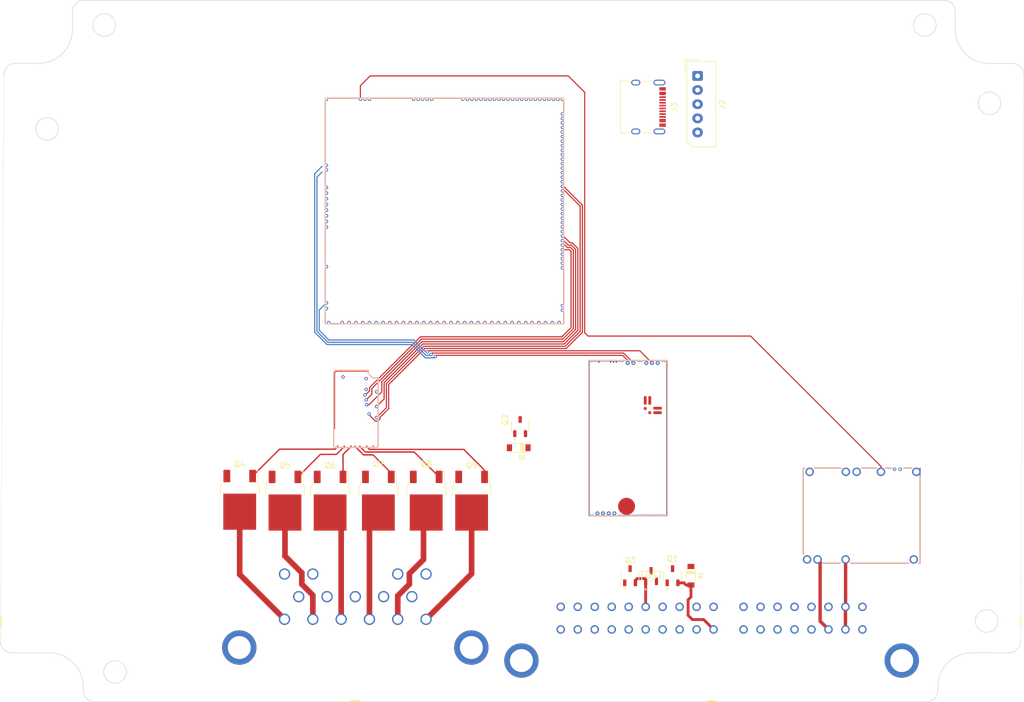
<source format=kicad_pcb>
(kicad_pcb (version 20240108) (generator "pcbnew") (generator_version "8.0")
  (layers (0 "F.Cu" signal) (1 "In1.Cu" signal) (2 "In2.Cu" signal) (31 "B.Cu" signal) (34 "B.Paste" user) (35 "F.Paste" user) (36 "B.SilkS" user "B.Silkscreen") (37 "F.SilkS" user "F.Silkscreen") (38 "B.Mask" user) (39 "F.Mask" user) (44 "Edge.Cuts" user))
  (net 0 "")
  (net 1 "GND")
  (net 2 "GNDA")
  (net 3 "+3.3VA")
  (net 4 "+3.3V")
  (net 5 "+5VA")
  (net 6 "+5V")
  (net 7 "CRANK")
  (net 8 "CLUTCH")
  (net 16 "SPEED")
  (net 23 "STARTER POS")
  (net 26 " MAF_VOUT")
  (net 28 "KNOCK")
  (net 31 "CAM")
  (net 33 "CLT")
  (net 37 "Net-(J3-CC2)")
  (net 38 "Net-(J3-CC1)")
  (net 42 "Net-(M1-IN_AT2)")
  (net 44 "Net-(M1-UART8_RX)")
  (net 46 "Net-(M1-SPI3_SCK)")
  (net 49 "Net-(M1-OUT_IO3)")
  (net 55 "Net-(M1-SPI3_MOSI)")
  (net 58 "Net-(M1-I2C_SCL)")
  (net 61 "Net-(M1-SPI3_CS)")
  (net 62 "Net-(M1-I2C_SDA)")
  (net 65 "Net-(M1-SPI3_MISO)")
  (net 67 "Net-(M1-UART8_TX)")
  (net 131 "/INJ 1")
  (net 132 "/Injectors/INJ_MCU_1")
  (net 133 "/Injectors/INJ_MCU_2")
  (net 134 "/INJ 2")
  (net 135 "/Injectors/INJ_MCU_3")
  (net 136 "/INJ 3")
  (net 137 "/INJ 4")
  (net 138 "/Injectors/INJ_MCU_4")
  (net 139 "/Injectors/INJ_MCU_5")
  (net 140 "/INJ 5")
  (net 141 "/Injectors/INJ_MCU_6")
  (net 142 "/INJ 6")
  (net 143 "/MEGA_MCU/VBUS")
  (net 144 "/MEGA_MCU/USB+")
  (net 145 "/MEGA_MCU/USB-")
  (net 148 "/MEGA_MCU/UART_TX")
  (net 150 "/MEGA_MCU/NRESET")
  (net 151 "/MEGA_MCU/SWO")
  (net 155 "/MEGA_MCU/SWCLK")
  (net 157 "/MEGA_MCU/UART_RX")
  (net 158 "/MEGA_MCU/SWDIO")
  (net 160 "/MEGA_MCU/IGNITION")
  (net 168 "/LOWSIDE WEAK/MR_OUT(HOT)")
  (net 169 "/LOWSIDE WEAK/MR_MCU(HOT)")
  (net 170 "/LOWSIDE WEAK/IN1")
  (net 171 "/LOWSIDE WEAK/OUT1")
  (net 172 "/LOWSIDE WEAK/FP_MCU")
  (net 174 "/FP RELAY")
  (net 178 "/MEGA_MCU/INJ_MCU_3")
  (net 179 "/MEGA_MCU/INJ_MCU_5")
  (net 180 "/MEGA_MCU/INJ_MCU_1")
  (net 181 "/MEGA_MCU/INJ_MCU_4")
  (net 182 "/MEGA_MCU/INJ_MCU_2")
  (net 183 "/MEGA_MCU/INJ_MCU_6")
  (net 184 "/12v Switched")
  (net 185 "/Main Relay power")
  (net 186 "/MEGA_MCU/vBat")
  (net 187 "/MEGA_MCU/vIGN")
  (net 189 "+5VP")
  (net 190 "PWR_EN")
  (net 193 "Net-(M3-PULL_DOWN1)")
  (net 203 "/MEGA_MCU/CANH")
  (net 209 "/MEGA_MCU/CANL")
  (footprint "VND14NV04-E:DPAK" (layer "F.Cu") (at 233.450002 93.999995 -90)
    (property "Reference" "Q5")
    (property "Value" "VND14NV04-E" (hide yes))
  )
  (footprint "AO3400A:SOT95P280X125-3N" (layer "F.Cu") (at 294.425002 108.374995 90)
    (property "Reference" "Q3")
    (property "Value" "AO3400A" (hide yes))
  )
  (footprint "Connector_Molex:Molex_SPOX_5267-05A_1x05_P2.50mm_Vertical" (layer "F.Cu") (at 306.35 20 -90)
    (property "Reference" "J2")
    (property "Value" "Conn_01x05_Male")
  )
  (footprint "B5819W:SOD3716X135N" (layer "F.Cu") (at 305.175002 108.374995 -90)
    (property "Reference" "D1")
    (property "Value" "B5819W-TP")
  )
  (footprint "mega-mcu144:mega-mcu144" (layer "F.Cu") (at 240.474999 63.925001)
    (property "Reference" "M1" (hide yes))
    (property "Value" "Module-mega-mcu144-0.6" (hide yes))
  )
  (footprint "0.5:wbo" (layer "F.Cu") (at 287 70.2 -90)
    (property "Reference" "M3" (hide yes))
    (property "Value" "Module-wbo-0.5" (hide yes))
  )
  (footprint "VND14NV04-E:DPAK" (layer "F.Cu") (at 225.450002 93.849995 -90)
    (property "Reference" "Q4")
    (property "Value" "VND14NV04-E" (hide yes))
  )
  (footprint "Connector_USB:USB_C_Receptacle_XKB_U262-16XN-4BVC11" (layer "F.Cu") (at 296.5 25.5 -90)
    (property "Reference" "J3")
    (property "Value" "USB_C_Receptacle_USB2.0")
  )
  (footprint "PSM712-LF:SOT_12-LF-T7_PTD" (layer "F.Cu") (at 298.130001 108.435195)
    (property "Reference" "U5")
    (property "Value" "PSM712-LF-T7")
  )
  (footprint "ign8:ign8" (layer "F.Cu") (at 242.029889 85.811855)
    (property "Reference" "M4" (hide yes))
    (property "Value" "Module-ign8-0.2" (hide yes))
  )
  (footprint "VND14NV04-E:DPAK" (layer "F.Cu") (at 258.400002 93.999995 -90)
    (property "Reference" "Q8")
    (property "Value" "VND14NV04-E" (hide yes))
  )
  (footprint "VND14NV04-E:DPAK" (layer "F.Cu") (at 266.425002 93.999995 -90)
    (property "Reference" "Q9")
    (property "Value" "VND14NV04-E" (hide yes))
  )
  (footprint "VND14NV04-E:DPAK" (layer "F.Cu") (at 249.950002 93.999995 -90)
    (property "Reference" "Q7")
    (property "Value" "VND14NV04-E" (hide yes))
  )
  (footprint "0.2:power_12and5V" (layer "F.Cu") (at 345.75 106.249999 90)
    (property "Reference" "M2" (hide yes))
    (property "Value" "Module-power_12and5V-0.2" (hide yes))
  )
  (footprint "VND14NV04-E:DPAK" (layer "F.Cu") (at 241.425002 93.999995 -90)
    (property "Reference" "Q6")
    (property "Value" "VND14NV04-E" (hide yes))
  )
  (footprint "AO3400A:SOT95P280X125-3N" (layer "F.Cu") (at 275 82 90)
    (property "Reference" "Q2")
    (property "Value" "AO3400A" (hide yes))
  )
  (footprint "Z31 connector:Z31 15 + 36" (layer "F.Cu") (at 264.251002 122.048495)
    (property "Reference" "Z1" (hide yes))
    (property "Value" "~")
  )
  (footprint "B5819W:SOD3716X135N" (layer "F.Cu") (at 274.75 85.75 180)
    (property "Reference" "D2")
    (property "Value" "B5819W-TP")
  )
  (footprint "AO3400A:SOT95P280X125-3N" (layer "F.Cu") (at 301.925002 108.374995 90)
    (property "Reference" "Q1")
    (property "Value" "AO3400A" (hide yes))
  )
  (gr_line (start 197.795002 128.014995) (end 197.795002 128.674995) (stroke (width 0.1)) (layer "Edge.Cuts"))
  (gr_circle (center 346.5 11) (end 348.5 11) (stroke (width 0.1)) (fill none) (layer "Edge.Cuts"))
  (gr_arc (start 191.795002 122.014995) (mid 196.037643 123.772354) (end 197.795002 128.014995) (stroke (width 0.1)) (layer "Edge.Cuts"))
  (gr_line (start 348.795002 128.684995) (end 348.795002 128.004995) (stroke (width 0.1)) (layer "Edge.Cuts"))
  (gr_line (start 363.98 19.78) (end 363.405002 120.014995) (stroke (width 0.05)) (layer "Edge.Cuts"))
  (gr_arc (start 357.87 17.790533) (mid 353.598792 16.004639) (end 351.87 11.71) (stroke (width 0.1)) (layer "Edge.Cuts"))
  (gr_arc (start 199.805002 130.684995) (mid 198.383717 130.09628) (end 197.795002 128.674995) (stroke (width 0.1)) (layer "Edge.Cuts"))
  (gr_arc (start 361.99 17.79) (mid 363.397143 18.372858) (end 363.98 19.78) (stroke (width 0.1)) (layer "Edge.Cuts"))
  (gr_arc (start 363.405002 120.014995) (mid 362.819216 121.429209) (end 361.405002 122.014995) (stroke (width 0.1)) (layer "Edge.Cuts"))
  (gr_arc (start 348.795002 128.684995) (mid 348.209216 130.099209) (end 346.795002 130.684995) (stroke (width 0.1)) (layer "Edge.Cuts"))
  (gr_arc (start 349.87 6.63) (mid 351.284214 7.215787) (end 351.87 8.63) (stroke (width 0.1)) (layer "Edge.Cuts"))
  (gr_circle (center 357.425002 116.374995) (end 359.425002 116.374995) (stroke (width 0.1)) (fill none) (layer "Edge.Cuts"))
  (gr_line (start 361.405002 122.014995) (end 354.804967 122.002044) (stroke (width 0.1)) (layer "Edge.Cuts"))
  (gr_circle (center 203.425002 125.374995) (end 205.425002 125.374995) (stroke (width 0.1)) (fill none) (layer "Edge.Cuts"))
  (gr_line (start 197.86 6.63) (end 349.87 6.63) (stroke (width 0.1)) (layer "Edge.Cuts"))
  (gr_line (start 199.805002 130.684995) (end 346.795002 130.684995) (stroke (width 0.1)) (layer "Edge.Cuts"))
  (gr_line (start 183.785 19.78) (end 183.210002 120.114995) (stroke (width 0.05)) (layer "Edge.Cuts"))
  (gr_arc (start 195.89 8.6) (mid 196.467002 7.207004) (end 197.86 6.63) (stroke (width 0.1)) (layer "Edge.Cuts"))
  (gr_line (start 185.78 17.785) (end 189.89 17.785) (stroke (width 0.1)) (layer "Edge.Cuts"))
  (gr_arc (start 185.110002 122.014995) (mid 183.766499 121.458498) (end 183.210002 120.114995) (stroke (width 0.1)) (layer "Edge.Cuts"))
  (gr_arc (start 195.889999 11.717121) (mid 194.156701 16.003587) (end 189.89 17.785) (stroke (width 0.1)) (layer "Edge.Cuts"))
  (gr_line (start 361.99 17.790533) (end 357.87 17.790533) (stroke (width 0.1)) (layer "Edge.Cuts"))
  (gr_circle (center 357.925002 24.833614) (end 359.925002 24.833614) (stroke (width 0.1)) (fill none) (layer "Edge.Cuts"))
  (gr_arc (start 348.795003 128.004995) (mid 350.562503 123.7646) (end 354.804967 122.002044) (stroke (width 0.1)) (layer "Edge.Cuts"))
  (gr_arc (start 183.785 19.78) (mid 184.369324 18.369326) (end 185.78 17.785) (stroke (width 0.1)) (layer "Edge.Cuts"))
  (gr_line (start 185.110002 122.014995) (end 191.795002 122.014995) (stroke (width 0.1)) (layer "Edge.Cuts"))
  (gr_circle (center 191.425002 29.374995) (end 193.425002 29.374995) (stroke (width 0.1)) (fill none) (layer "Edge.Cuts"))
  (gr_circle (center 201.5 11) (end 203.5 11) (stroke (width 0.1)) (fill none) (layer "Edge.Cuts"))
  (gr_line (start 195.89 8.6) (end 195.889999 11.717121) (stroke (width 0.1)) (layer "Edge.Cuts"))
  (gr_line (start 351.87 8.63) (end 351.87 11.71) (stroke (width 0.1)) (layer "Edge.Cuts"))
  (segment (start 296.1412 68.6) (end 298.3 70.7588) (width 0.2) (layer "F.Cu") (net 5))
  (segment (start 258.795265 68.6) (end 296.1412 68.6) (width 0.2) (layer "F.Cu") (net 5))
  (segment (start 258.595265 68.8) (end 258.795265 68.6) (width 0.2) (layer "F.Cu") (net 5))
  (via (at 258.595265 68.8) (size 0.6) (drill 0.3) (layers "F.Cu" "B.Cu") (net 5))
  (segment (start 239.5 61.399999) (end 240.774998 60.125001) (width 0.2) (layer "B.Cu") (net 5))
  (segment (start 256.212422 66.7) (end 241.2 66.7) (width 0.2) (layer "B.Cu") (net 5))
  (segment (start 241.2 66.7) (end 239.5 65) (width 0.2) (layer "B.Cu") (net 5))
  (segment (start 258.595265 68.8) (end 258.312422 68.8) (width 0.2) (layer "B.Cu") (net 5))
  (segment (start 258.312422 68.8) (end 256.212422 66.7) (width 0.2) (layer "B.Cu") (net 5))
  (segment (start 239.5 65) (end 239.5 61.399999) (width 0.2) (layer "B.Cu") (net 5))
  (segment (start 246.775004 21.724996) (end 248.5 20) (width 0.2) (layer "F.Cu") (net 6))
  (segment (start 315.710656 66) (end 338.775001 89.064345) (width 0.2) (layer "F.Cu") (net 6))
  (segment (start 286.4 22.9) (end 286.4 65.4) (width 0.2) (layer "F.Cu") (net 6))
  (segment (start 286.4 65.4) (end 287 66) (width 0.2) (layer "F.Cu") (net 6))
  (segment (start 246.775004 24.125002) (end 246.775004 21.724996) (width 0.2) (layer "F.Cu") (net 6))
  (segment (start 287 66) (end 315.710656 66) (width 0.2) (layer "F.Cu") (net 6))
  (segment (start 248.5 20) (end 283.5 20) (width 0.2) (layer "F.Cu") (net 6))
  (segment (start 338.775001 89.064345) (end 338.775001 90.125005) (width 0.2) (layer "F.Cu") (net 6))
  (segment (start 283.5 20) (end 286.4 22.9) (width 0.2) (layer "F.Cu") (net 6))
  (segment (start 225.450002 97.049995) (end 225.450002 108.149995) (width 1) (layer "F.Cu") (net 131))
  (segment (start 225.450002 108.149995) (end 233.375002 116.074995) (width 1) (layer "F.Cu") (net 131))
  (segment (start 242.291362 86) (end 242.754886 85.536476) (width 0.25) (layer "F.Cu") (net 132))
  (segment (start 232.479997 86) (end 242.291362 86) (width 0.25) (layer "F.Cu") (net 132))
  (segment (start 227.730002 90.749995) (end 232.479997 86) (width 0.25) (layer "F.Cu") (net 132))
  (segment (start 235.730002 90.899995) (end 235.450002 90.899995) (width 0.25) (layer "F.Cu") (net 133))
  (segment (start 242.541359 86.925) (end 243.929883 85.536476) (width 0.25) (layer "F.Cu") (net 133))
  (segment (start 235.730002 90.899995) (end 239.704997 86.925) (width 0.25) (layer "F.Cu") (net 133))
  (segment (start 239.704997 86.925) (end 242.541359 86.925) (width 0.25) (layer "F.Cu") (net 133))
  (segment (start 238.375002 111.824995) (end 238.375002 116.074995) (width 1) (layer "F.Cu") (net 134))
  (segment (start 236.425002 107.874995) (end 236.425002 109.874995) (width 1) (layer "F.Cu") (net 134))
  (segment (start 233.450002 104.899995) (end 236.425002 107.874995) (width 1) (layer "F.Cu") (net 134))
  (segment (start 236.425002 109.874995) (end 238.375002 111.824995) (width 1) (layer "F.Cu") (net 134))
  (segment (start 233.450002 97.199995) (end 233.450002 104.899995) (width 1) (layer "F.Cu") (net 134))
  (segment (start 243.705002 86.936368) (end 243.705002 90.899995) (width 0.25) (layer "F.Cu") (net 135))
  (segment (start 243.705002 90.899995) (end 244 90.604997) (width 0.2) (layer "F.Cu") (net 135))
  (segment (start 245.104894 85.536476) (end 243.705002 86.936368) (width 0.25) (layer "F.Cu") (net 135))
  (segment (start 241.425002 97.199995) (end 243.375002 99.149995) (width 0.25) (layer "F.Cu") (net 136))
  (segment (start 243.375002 99.149995) (end 243.375002 116.074995) (width 1) (layer "F.Cu") (net 136))
  (segment (start 249.950002 97.199995) (end 248.375002 98.774995) (width 0.25) (layer "F.Cu") (net 137))
  (segment (start 248.375002 98.774995) (end 248.375002 116.074995) (width 1) (layer "F.Cu") (net 137))
  (segment (start 247.31849 87) (end 245.854966 85.536476) (width 0.25) (layer "F.Cu") (net 138))
  (segment (start 252.230002 90.899995) (end 252.230002 90.230002) (width 0.25) (layer "F.Cu") (net 138))
  (segment (start 252.230002 90.230002) (end 249 87) (width 0.25) (layer "F.Cu") (net 138))
  (segment (start 249 87) (end 247.31849 87) (width 0.25) (layer "F.Cu") (net 138))
  (segment (start 260.680002 90.899995) (end 256.280007 86.5) (width 0.25) (layer "F.Cu") (net 139))
  (segment (start 247.658402 86.5) (end 246.694878 85.536476) (width 0.25) (layer "F.Cu") (net 139))
  (segment (start 256.280007 86.5) (end 247.658402 86.5) (width 0.25) (layer "F.Cu") (net 139))
  (segment (start 253.375002 111.924995) (end 253.375002 116.074995) (width 1) (layer "F.Cu") (net 140))
  (segment (start 255.425002 109.874995) (end 253.375002 111.924995) (width 1) (layer "F.Cu") (net 140))
  (segment (start 255.425002 107.999995) (end 255.425002 109.874995) (width 1) (layer "F.Cu") (net 140))
  (segment (start 257.925002 105.499995) (end 255.425002 107.999995) (width 1) (layer "F.Cu") (net 140))
  (segment (start 257.925002 97.674995) (end 257.925002 105.499995) (width 1) (layer "F.Cu") (net 140))
  (segment (start 258.400002 97.199995) (end 257.925002 97.674995) (width 1) (layer "F.Cu") (net 140))
  (segment (start 268.705002 90.899995) (end 268.705002 89.705002) (width 0.25) (layer "F.Cu") (net 141))
  (segment (start 268.705002 89.705002) (end 265.036476 86.036476) (width 0.25) (layer "F.Cu") (net 141))
  (segment (start 248.369865 86.036476) (end 247.869865 85.536476) (width 0.25) (layer "F.Cu") (net 141))
  (segment (start 265.036476 86.036476) (end 248.369865 86.036476) (width 0.25) (layer "F.Cu") (net 141))
  (segment (start 266.425002 97.199995) (end 266.425002 108.024995) (width 1) (layer "F.Cu") (net 142))
  (segment (start 266.425002 108.024995) (end 258.375002 116.074995) (width 1) (layer "F.Cu") (net 142))
  (segment (start 296.925002 108.874995) (end 295.675002 108.874995) (width 0.5) (layer "F.Cu") (net 168))
  (segment (start 295.675002 108.874995) (end 295.375002 109.174995) (width 0.5) (layer "F.Cu") (net 168))
  (segment (start 297.175002 109.374995) (end 297.175002 113.875495) (width 0.5) (layer "F.Cu") (net 168))
  (segment (start 297.175002 109.124995) (end 296.925002 108.874995) (width 0.5) (layer "F.Cu") (net 168))
  (segment (start 297.175002 109.374995) (end 297.175002 109.124995) (width 0.5) (layer "F.Cu") (net 168))
  (segment (start 295.375002 109.174995) (end 295.375002 109.629995) (width 0.5) (layer "F.Cu") (net 168))
  (segment (start 303.930002 109.629995) (end 302.875002 109.629995) (width 0.5) (layer "F.Cu") (net 174))
  (segment (start 305.175002 110.013295) (end 304.313302 110.013295) (width 0.5) (layer "F.Cu") (net 174))
  (segment (start 304.675002 115.374995) (end 305.425002 116.124995) (width 0.5) (layer "F.Cu") (net 174))
  (segment (start 305.425002 116.124995) (end 307.425002 116.124995) (width 0.5) (layer "F.Cu") (net 174))
  (segment (start 304.313302 110.013295) (end 303.930002 109.629995) (width 0.5) (layer "F.Cu") (net 174))
  (segment (start 307.425002 116.124995) (end 309.175502 117.875495) (width 0.5) (layer "F.Cu") (net 174))
  (segment (start 304.675002 112.624995) (end 304.675002 115.374995) (width 0.5) (layer "F.Cu") (net 174))
  (segment (start 305.175002 112.124995) (end 305.175002 110.013295) (width 0.5) (layer "F.Cu") (net 174))
  (segment (start 304.675002 112.624995) (end 305.175002 112.124995) (width 0.5) (layer "F.Cu") (net 174))
  (segment (start 285.2 50.502944) (end 284.222063 49.525007) (width 0.2) (layer "F.Cu") (net 178))
  (segment (start 283.836038 49.525007) (end 282.636036 48.325005) (width 0.2) (layer "F.Cu") (net 178))
  (segment (start 257.797058 67.4) (end 282.797058 67.4) (width 0.2) (layer "F.Cu") (net 178))
  (segment (start 250.965686 77.126085) (end 250.965686 74.231372) (width 0.2) (layer "F.Cu") (net 178))
  (segment (start 284.222063 49.525007) (end 283.836038 49.525007) (width 0.2) (layer "F.Cu") (net 178))
  (segment (start 282.797058 67.4) (end 285.2 64.997058) (width 0.2) (layer "F.Cu") (net 178))
  (segment (start 282.636036 48.325005) (end 282.475001 48.325005) (width 0.2) (layer "F.Cu") (net 178))
  (segment (start 285.2 64.997058) (end 285.2 50.502944) (width 0.2) (layer "F.Cu") (net 178))
  (segment (start 250.965686 74.231372) (end 257.797058 67.4) (width 0.2) (layer "F.Cu") (net 178))
  (segment (start 249.629899 78.461872) (end 250.965686 77.126085) (width 0.2) (layer "F.Cu") (net 178))
  (segment (start 282.532843 66.532843) (end 284.4 64.665686) (width 0.2) (layer "F.Cu") (net 179))
  (segment (start 284.4 64.665686) (end 284.4 50.834314) (width 0.2) (layer "F.Cu") (net 179))
  (segment (start 257.532843 66.532843) (end 282.532843 66.532843) (width 0.2) (layer "F.Cu") (net 179))
  (segment (start 283.315697 50.325007) (end 282.915694 49.925004) (width 0.2) (layer "F.Cu") (net 179))
  (segment (start 284.165685 50.6) (end 283.890693 50.325007) (width 0.2) (layer "F.Cu") (net 179))
  (segment (start 284.4 50.834314) (end 284.165685 50.6) (width 0.2) (layer "F.Cu") (net 179))
  (segment (start 283.890693 50.325007) (end 283.315697 50.325007) (width 0.2) (layer "F.Cu") (net 179))
  (segment (start 282.915694 49.925004) (end 282.474998 49.925004) (width 0.2) (layer "F.Cu") (net 179))
  (segment (start 248.794888 75.270798) (end 257.532843 66.532843) (width 0.2) (layer "F.Cu") (net 179))
  (segment (start 247.794886 77.286833) (end 248.794888 76.286831) (width 0.2) (layer "F.Cu") (net 179))
  (segment (start 248.794888 76.286831) (end 248.794888 75.270798) (width 0.2) (layer "F.Cu") (net 179))
  (segment (start 282.899262 40.325005) (end 282.474998 40.325005) (width 0.2) (layer "F.Cu") (net 180))
  (segment (start 257.962744 67.8) (end 282.962744 67.8) (width 0.2) (layer "F.Cu") (net 180))
  (segment (start 282.962744 67.8) (end 285.6 65.162744) (width 0.2) (layer "F.Cu") (net 180))
  (segment (start 251.365686 74.397058) (end 257.962744 67.8) (width 0.2) (layer "F.Cu") (net 180))
  (segment (start 249.629899 80.411856) (end 251.365686 78.676069) (width 0.2) (layer "F.Cu") (net 180))
  (segment (start 251.365686 78.676069) (end 251.365686 74.397058) (width 0.2) (layer "F.Cu") (net 180))
  (segment (start 285.6 43.025743) (end 282.899262 40.325005) (width 0.2) (layer "F.Cu") (net 180))
  (segment (start 285.6 65.162744) (end 285.6 43.025743) (width 0.2) (layer "F.Cu") (net 180))
  (segment (start 250.565686 75.865325) (end 250.565686 74.065686) (width 0.2) (layer "F.Cu") (net 181))
  (segment (start 282.631372 67) (end 284.8 64.831372) (width 0.2) (layer "F.Cu") (net 181))
  (segment (start 284.8 64.831372) (end 284.8 50.668629) (width 0.2) (layer "F.Cu") (net 181))
  (segment (start 247.869893 78.136856) (end 248.294155 78.136856) (width 0.2) (layer "F.Cu") (net 181))
  (segment (start 283.481383 49.925007) (end 282.681382 49.125006) (width 0.2) (layer "F.Cu") (net 181))
  (segment (start 284.8 50.668629) (end 284.565684 50.434314) (width 0.2) (layer "F.Cu") (net 181))
  (segment (start 284.056377 49.925007) (end 283.481383 49.925007) (width 0.2) (layer "F.Cu") (net 181))
  (segment (start 257.631372 67) (end 282.631372 67) (width 0.2) (layer "F.Cu") (net 181))
  (segment (start 284.565684 50.434314) (end 284.056377 49.925007) (width 0.2) (layer "F.Cu") (net 181))
  (segment (start 282.681382 49.125006) (end 282.475001 49.125006) (width 0.2) (layer "F.Cu") (net 181))
  (segment (start 248.294155 78.136856) (end 250.565686 75.865325) (width 0.2) (layer "F.Cu") (net 181))
  (segment (start 250.565686 74.065686) (end 257.631372 67) (width 0.2) (layer "F.Cu") (net 181))
  (segment (start 258.12843 68.2) (end 283.12843 68.2) (width 0.2) (layer "F.Cu") (net 182))
  (segment (start 250.229898 80.660384) (end 250.229898 80.377543) (width 0.2) (layer "F.Cu") (net 182))
  (segment (start 250.229898 80.377543) (end 251.765686 78.841755) (width 0.2) (layer "F.Cu") (net 182))
  (segment (start 282.664947 39.525004) (end 282.475001 39.525004) (width 0.2) (layer "F.Cu") (net 182))
  (segment (start 251.765686 74.562744) (end 258.12843 68.2) (width 0.2) (layer "F.Cu") (net 182))
  (segment (start 248.319899 79.761839) (end 248.319899 79.950383) (width 0.2) (layer "F.Cu") (net 182))
  (segment (start 283.12843 68.2) (end 286 65.32843) (width 0.2) (layer "F.Cu") (net 182))
  (segment (start 251.765686 78.841755) (end 251.765686 74.562744) (width 0.2) (layer "F.Cu") (net 182))
  (segment (start 286 42.860057) (end 282.664947 39.525004) (width 0.2) (layer "F.Cu") (net 182))
  (segment (start 286 65.32843) (end 286 42.860057) (width 0.2) (layer "F.Cu") (net 182))
  (segment (start 248.319899 79.950383) (end 249.381371 81.011855) (width 0.2) (layer "F.Cu") (net 182))
  (segment (start 249.878427 81.011855) (end 250.229898 80.660384) (width 0.2) (layer "F.Cu") (net 182))
  (segment (start 249.381371 81.011855) (end 249.878427 81.011855) (width 0.2) (layer "F.Cu") (net 182))
  (segment (start 247.579891 76.411874) (end 247.668411 76.411874) (width 0.2) (layer "F.Cu") (net 183))
  (segment (start 284 64.5) (end 284 51) (width 0.2) (layer "F.Cu") (net 183))
  (segment (start 257.367157 66.132843) (end 282.367157 66.132843) (width 0.2) (layer "F.Cu") (net 183))
  (segment (start 247.668411 76.411874) (end 248.394888 75.685397) (width 0.2) (layer "F.Cu") (net 183))
  (segment (start 284 51) (end 283.725007 50.725007) (width 0.2) (layer "F.Cu") (net 183))
  (segment (start 248.394888 75.105112) (end 257.367157 66.132843) (width 0.2) (layer "F.Cu") (net 183))
  (segment (start 282.367157 66.132843) (end 284 64.5) (width 0.2) (layer "F.Cu") (net 183))
  (segment (start 283.725007 50.725007) (end 282.475001 50.725007) (width 0.2) (layer "F.Cu") (net 183))
  (segment (start 248.394888 75.685397) (end 248.394888 75.105112) (width 0.2) (layer "F.Cu") (net 183))
  (segment (start 328 105.950003) (end 327.549997 105.5) (width 0.6) (layer "F.Cu") (net 184))
  (segment (start 329.475502 117.875495) (end 328 116.399993) (width 0.6) (layer "F.Cu") (net 184))
  (segment (start 328 116.399993) (end 328 105.950003) (width 0.6) (layer "F.Cu") (net 184))
  (segment (start 332.475502 113.875495) (end 332.475502 117.875495) (width 0.6) (layer "F.Cu") (net 185))
  (segment (start 332.5 113.850997) (end 332.475502 113.875495) (width 0.6) (layer "F.Cu") (net 185))
  (segment (start 332.5 105.5) (end 332.5 113.850997) (width 0.6) (layer "F.Cu") (net 185))
  (segment (start 295.02 70.754314) (end 295.02 70.7588) (width 0.2) (layer "F.Cu") (net 203))
  (segment (start 259.254561 69.253135) (end 259.507696 69) (width 0.2) (layer "F.Cu") (net 203))
  (segment (start 293.265686 69) (end 295.02 70.754314) (width 0.2) (layer "F.Cu") (net 203))
  (segment (start 259.507696 69) (end 293.265686 69) (width 0.2) (layer "F.Cu") (net 203))
  (via (at 259.254561 69.253135) (size 0.6) (drill 0.3) (layers "F.Cu" "B.Cu") (net 203))
  (segment (start 259.254561 69.253135) (end 259.107696 69.4) (width 0.2) (layer "B.Cu") (net 203))
  (segment (start 241.034314 67.1) (end 239.1 65.165686) (width 0.2) (layer "B.Cu") (net 203))
  (segment (start 239.1 65.165686) (end 239.1 37.9) (width 0.2) (layer "B.Cu") (net 203))
  (segment (start 239.1 37.9) (end 240 37) (width 0.2) (layer "B.Cu") (net 203))
  (segment (start 259.107696 69.4) (end 258.346736 69.4) (width 0.2) (layer "B.Cu") (net 203))
  (segment (start 256.046736 67.1) (end 241.034314 67.1) (width 0.2) (layer "B.Cu") (net 203))
  (segment (start 258.346736 69.4) (end 256.046736 67.1) (width 0.2) (layer "B.Cu") (net 203))
  (segment (start 260.014002 69.6) (end 260.214002 69.4) (width 0.2) (layer "F.Cu") (net 209))
  (segment (start 260.214002 69.4) (end 293.1 69.4) (width 0.2) (layer "F.Cu") (net 209))
  (segment (start 294.004 70.304) (end 294.004 70.7588) (width 0.2) (layer "F.Cu") (net 209))
  (segment (start 293.1 69.4) (end 294.004 70.304) (width 0.2) (layer "F.Cu") (net 209))
  (via (at 260.014002 69.6) (size 0.6) (drill 0.3) (layers "F.Cu" "B.Cu") (net 209))
  (segment (start 240.868628 67.5) (end 238.7 65.331372) (width 0.2) (layer "B.Cu") (net 209))
  (segment (start 259.760867 69.853135) (end 258.234185 69.853135) (width 0.2) (layer "B.Cu") (net 209))
  (segment (start 258.234185 69.853135) (end 255.88105 67.5) (width 0.2) (layer "B.Cu") (net 209))
  (segment (start 260.014002 69.6) (end 259.760867 69.853135) (width 0.2) (layer "B.Cu") (net 209))
  (segment (start 238.7 65.331372) (end 238.7 37.3) (width 0.2) (layer "B.Cu") (net 209))
  (segment (start 255.88105 67.5) (end 240.868628 67.5) (width 0.2) (layer "B.Cu") (net 209))
  (segment (start 238.7 37.3) (end 240 36) (width 0.2) (layer "B.Cu") (net 209))
)
</source>
